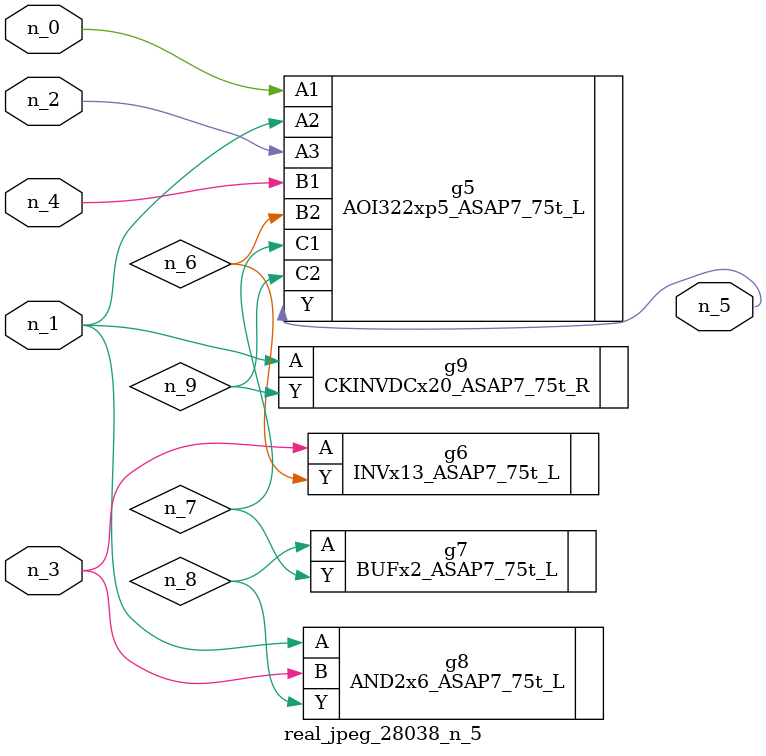
<source format=v>
module real_jpeg_28038_n_5 (n_4, n_0, n_1, n_2, n_3, n_5);

input n_4;
input n_0;
input n_1;
input n_2;
input n_3;

output n_5;

wire n_8;
wire n_6;
wire n_7;
wire n_9;

AOI322xp5_ASAP7_75t_L g5 ( 
.A1(n_0),
.A2(n_1),
.A3(n_2),
.B1(n_4),
.B2(n_6),
.C1(n_7),
.C2(n_9),
.Y(n_5)
);

AND2x6_ASAP7_75t_L g8 ( 
.A(n_1),
.B(n_3),
.Y(n_8)
);

CKINVDCx20_ASAP7_75t_R g9 ( 
.A(n_1),
.Y(n_9)
);

INVx13_ASAP7_75t_L g6 ( 
.A(n_3),
.Y(n_6)
);

BUFx2_ASAP7_75t_L g7 ( 
.A(n_8),
.Y(n_7)
);


endmodule
</source>
